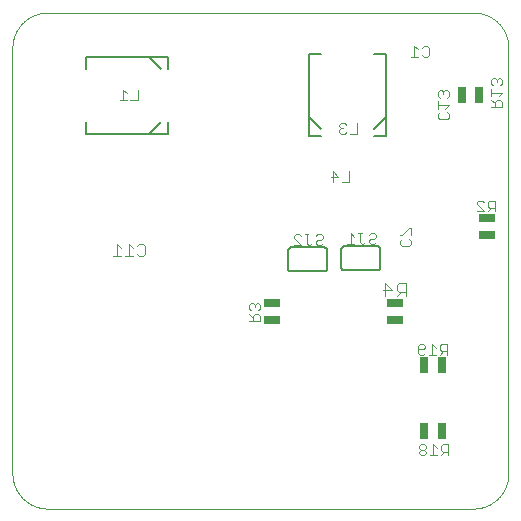
<source format=gbo>
G75*
%MOIN*%
%OFA0B0*%
%FSLAX25Y25*%
%IPPOS*%
%LPD*%
%AMOC8*
5,1,8,0,0,1.08239X$1,22.5*
%
%ADD10C,0.00000*%
%ADD11C,0.00300*%
%ADD12C,0.00600*%
%ADD13C,0.00400*%
%ADD14R,0.02559X0.05512*%
%ADD15R,0.05512X0.02559*%
D10*
X0001000Y0012811D02*
X0001000Y0154543D01*
X0001003Y0154828D01*
X0001014Y0155114D01*
X0001031Y0155399D01*
X0001055Y0155683D01*
X0001086Y0155967D01*
X0001124Y0156250D01*
X0001169Y0156531D01*
X0001220Y0156812D01*
X0001278Y0157092D01*
X0001343Y0157370D01*
X0001415Y0157646D01*
X0001493Y0157920D01*
X0001578Y0158193D01*
X0001670Y0158463D01*
X0001768Y0158731D01*
X0001872Y0158997D01*
X0001983Y0159260D01*
X0002100Y0159520D01*
X0002223Y0159778D01*
X0002353Y0160032D01*
X0002489Y0160283D01*
X0002630Y0160531D01*
X0002778Y0160775D01*
X0002931Y0161016D01*
X0003091Y0161252D01*
X0003256Y0161485D01*
X0003426Y0161714D01*
X0003602Y0161939D01*
X0003784Y0162159D01*
X0003970Y0162375D01*
X0004162Y0162586D01*
X0004359Y0162793D01*
X0004561Y0162995D01*
X0004768Y0163192D01*
X0004979Y0163384D01*
X0005195Y0163570D01*
X0005415Y0163752D01*
X0005640Y0163928D01*
X0005869Y0164098D01*
X0006102Y0164263D01*
X0006338Y0164423D01*
X0006579Y0164576D01*
X0006823Y0164724D01*
X0007071Y0164865D01*
X0007322Y0165001D01*
X0007576Y0165131D01*
X0007834Y0165254D01*
X0008094Y0165371D01*
X0008357Y0165482D01*
X0008623Y0165586D01*
X0008891Y0165684D01*
X0009161Y0165776D01*
X0009434Y0165861D01*
X0009708Y0165939D01*
X0009984Y0166011D01*
X0010262Y0166076D01*
X0010542Y0166134D01*
X0010823Y0166185D01*
X0011104Y0166230D01*
X0011387Y0166268D01*
X0011671Y0166299D01*
X0011955Y0166323D01*
X0012240Y0166340D01*
X0012526Y0166351D01*
X0012811Y0166354D01*
X0154543Y0166354D01*
X0154828Y0166351D01*
X0155114Y0166340D01*
X0155399Y0166323D01*
X0155683Y0166299D01*
X0155967Y0166268D01*
X0156250Y0166230D01*
X0156531Y0166185D01*
X0156812Y0166134D01*
X0157092Y0166076D01*
X0157370Y0166011D01*
X0157646Y0165939D01*
X0157920Y0165861D01*
X0158193Y0165776D01*
X0158463Y0165684D01*
X0158731Y0165586D01*
X0158997Y0165482D01*
X0159260Y0165371D01*
X0159520Y0165254D01*
X0159778Y0165131D01*
X0160032Y0165001D01*
X0160283Y0164865D01*
X0160531Y0164724D01*
X0160775Y0164576D01*
X0161016Y0164423D01*
X0161252Y0164263D01*
X0161485Y0164098D01*
X0161714Y0163928D01*
X0161939Y0163752D01*
X0162159Y0163570D01*
X0162375Y0163384D01*
X0162586Y0163192D01*
X0162793Y0162995D01*
X0162995Y0162793D01*
X0163192Y0162586D01*
X0163384Y0162375D01*
X0163570Y0162159D01*
X0163752Y0161939D01*
X0163928Y0161714D01*
X0164098Y0161485D01*
X0164263Y0161252D01*
X0164423Y0161016D01*
X0164576Y0160775D01*
X0164724Y0160531D01*
X0164865Y0160283D01*
X0165001Y0160032D01*
X0165131Y0159778D01*
X0165254Y0159520D01*
X0165371Y0159260D01*
X0165482Y0158997D01*
X0165586Y0158731D01*
X0165684Y0158463D01*
X0165776Y0158193D01*
X0165861Y0157920D01*
X0165939Y0157646D01*
X0166011Y0157370D01*
X0166076Y0157092D01*
X0166134Y0156812D01*
X0166185Y0156531D01*
X0166230Y0156250D01*
X0166268Y0155967D01*
X0166299Y0155683D01*
X0166323Y0155399D01*
X0166340Y0155114D01*
X0166351Y0154828D01*
X0166354Y0154543D01*
X0166354Y0012811D01*
X0166351Y0012526D01*
X0166340Y0012240D01*
X0166323Y0011955D01*
X0166299Y0011671D01*
X0166268Y0011387D01*
X0166230Y0011104D01*
X0166185Y0010823D01*
X0166134Y0010542D01*
X0166076Y0010262D01*
X0166011Y0009984D01*
X0165939Y0009708D01*
X0165861Y0009434D01*
X0165776Y0009161D01*
X0165684Y0008891D01*
X0165586Y0008623D01*
X0165482Y0008357D01*
X0165371Y0008094D01*
X0165254Y0007834D01*
X0165131Y0007576D01*
X0165001Y0007322D01*
X0164865Y0007071D01*
X0164724Y0006823D01*
X0164576Y0006579D01*
X0164423Y0006338D01*
X0164263Y0006102D01*
X0164098Y0005869D01*
X0163928Y0005640D01*
X0163752Y0005415D01*
X0163570Y0005195D01*
X0163384Y0004979D01*
X0163192Y0004768D01*
X0162995Y0004561D01*
X0162793Y0004359D01*
X0162586Y0004162D01*
X0162375Y0003970D01*
X0162159Y0003784D01*
X0161939Y0003602D01*
X0161714Y0003426D01*
X0161485Y0003256D01*
X0161252Y0003091D01*
X0161016Y0002931D01*
X0160775Y0002778D01*
X0160531Y0002630D01*
X0160283Y0002489D01*
X0160032Y0002353D01*
X0159778Y0002223D01*
X0159520Y0002100D01*
X0159260Y0001983D01*
X0158997Y0001872D01*
X0158731Y0001768D01*
X0158463Y0001670D01*
X0158193Y0001578D01*
X0157920Y0001493D01*
X0157646Y0001415D01*
X0157370Y0001343D01*
X0157092Y0001278D01*
X0156812Y0001220D01*
X0156531Y0001169D01*
X0156250Y0001124D01*
X0155967Y0001086D01*
X0155683Y0001055D01*
X0155399Y0001031D01*
X0155114Y0001014D01*
X0154828Y0001003D01*
X0154543Y0001000D01*
X0012811Y0001000D01*
X0012526Y0001003D01*
X0012240Y0001014D01*
X0011955Y0001031D01*
X0011671Y0001055D01*
X0011387Y0001086D01*
X0011104Y0001124D01*
X0010823Y0001169D01*
X0010542Y0001220D01*
X0010262Y0001278D01*
X0009984Y0001343D01*
X0009708Y0001415D01*
X0009434Y0001493D01*
X0009161Y0001578D01*
X0008891Y0001670D01*
X0008623Y0001768D01*
X0008357Y0001872D01*
X0008094Y0001983D01*
X0007834Y0002100D01*
X0007576Y0002223D01*
X0007322Y0002353D01*
X0007071Y0002489D01*
X0006823Y0002630D01*
X0006579Y0002778D01*
X0006338Y0002931D01*
X0006102Y0003091D01*
X0005869Y0003256D01*
X0005640Y0003426D01*
X0005415Y0003602D01*
X0005195Y0003784D01*
X0004979Y0003970D01*
X0004768Y0004162D01*
X0004561Y0004359D01*
X0004359Y0004561D01*
X0004162Y0004768D01*
X0003970Y0004979D01*
X0003784Y0005195D01*
X0003602Y0005415D01*
X0003426Y0005640D01*
X0003256Y0005869D01*
X0003091Y0006102D01*
X0002931Y0006338D01*
X0002778Y0006579D01*
X0002630Y0006823D01*
X0002489Y0007071D01*
X0002353Y0007322D01*
X0002223Y0007576D01*
X0002100Y0007834D01*
X0001983Y0008094D01*
X0001872Y0008357D01*
X0001768Y0008623D01*
X0001670Y0008891D01*
X0001578Y0009161D01*
X0001493Y0009434D01*
X0001415Y0009708D01*
X0001343Y0009984D01*
X0001278Y0010262D01*
X0001220Y0010542D01*
X0001169Y0010823D01*
X0001124Y0011104D01*
X0001086Y0011387D01*
X0001055Y0011671D01*
X0001031Y0011955D01*
X0001014Y0012240D01*
X0001003Y0012526D01*
X0001000Y0012811D01*
D11*
X0034399Y0085142D02*
X0037088Y0085142D01*
X0038387Y0085142D02*
X0041076Y0085142D01*
X0039731Y0085142D02*
X0039731Y0089176D01*
X0041076Y0087832D01*
X0042374Y0088504D02*
X0043047Y0089176D01*
X0044391Y0089176D01*
X0045064Y0088504D01*
X0045064Y0085814D01*
X0044391Y0085142D01*
X0043047Y0085142D01*
X0042374Y0085814D01*
X0037088Y0087832D02*
X0035744Y0089176D01*
X0035744Y0085142D01*
X0079953Y0068868D02*
X0079953Y0067654D01*
X0080560Y0067048D01*
X0079953Y0065849D02*
X0081167Y0064636D01*
X0081167Y0065243D02*
X0081167Y0063423D01*
X0079953Y0063423D02*
X0083593Y0063423D01*
X0083593Y0065243D01*
X0082987Y0065849D01*
X0081773Y0065849D01*
X0081167Y0065243D01*
X0082987Y0067048D02*
X0083593Y0067654D01*
X0083593Y0068868D01*
X0082987Y0069474D01*
X0082380Y0069474D01*
X0081773Y0068868D01*
X0081167Y0069474D01*
X0080560Y0069474D01*
X0079953Y0068868D01*
X0081773Y0068868D02*
X0081773Y0068261D01*
X0130221Y0089033D02*
X0130221Y0090246D01*
X0130828Y0090853D01*
X0130828Y0092052D02*
X0130221Y0092052D01*
X0130828Y0092052D02*
X0133254Y0094478D01*
X0133861Y0094478D01*
X0133861Y0092052D01*
X0133254Y0090853D02*
X0133861Y0090246D01*
X0133861Y0089033D01*
X0133254Y0088426D01*
X0130828Y0088426D01*
X0130221Y0089033D01*
X0155754Y0100032D02*
X0158181Y0100032D01*
X0155754Y0102459D01*
X0155754Y0103065D01*
X0156361Y0103672D01*
X0157574Y0103672D01*
X0158181Y0103065D01*
X0159379Y0103065D02*
X0159379Y0101852D01*
X0159986Y0101245D01*
X0161806Y0101245D01*
X0161806Y0100032D02*
X0161806Y0103672D01*
X0159986Y0103672D01*
X0159379Y0103065D01*
X0160592Y0101245D02*
X0159379Y0100032D01*
X0145853Y0130708D02*
X0143426Y0130708D01*
X0142819Y0131315D01*
X0142819Y0132528D01*
X0143426Y0133135D01*
X0142819Y0134333D02*
X0142819Y0136760D01*
X0142819Y0135547D02*
X0146459Y0135547D01*
X0145246Y0134333D01*
X0145853Y0133135D02*
X0146459Y0132528D01*
X0146459Y0131315D01*
X0145853Y0130708D01*
X0145853Y0137959D02*
X0146459Y0138565D01*
X0146459Y0139779D01*
X0145853Y0140385D01*
X0145246Y0140385D01*
X0144639Y0139779D01*
X0144033Y0140385D01*
X0143426Y0140385D01*
X0142819Y0139779D01*
X0142819Y0138565D01*
X0143426Y0137959D01*
X0144639Y0139172D02*
X0144639Y0139779D01*
X0139258Y0151607D02*
X0138045Y0151607D01*
X0137438Y0152213D01*
X0136240Y0151607D02*
X0133813Y0151607D01*
X0135026Y0151607D02*
X0135026Y0155247D01*
X0136240Y0154033D01*
X0137438Y0154640D02*
X0138045Y0155247D01*
X0139258Y0155247D01*
X0139865Y0154640D01*
X0139865Y0152213D01*
X0139258Y0151607D01*
X0160662Y0143909D02*
X0160662Y0142695D01*
X0161268Y0142089D01*
X0160662Y0140890D02*
X0160662Y0138463D01*
X0160662Y0137265D02*
X0161875Y0136052D01*
X0161875Y0136658D02*
X0161875Y0134838D01*
X0160662Y0134838D02*
X0164302Y0134838D01*
X0164302Y0136658D01*
X0163695Y0137265D01*
X0162482Y0137265D01*
X0161875Y0136658D01*
X0163089Y0138463D02*
X0164302Y0139677D01*
X0160662Y0139677D01*
X0163695Y0142089D02*
X0164302Y0142695D01*
X0164302Y0143909D01*
X0163695Y0144515D01*
X0163089Y0144515D01*
X0162482Y0143909D01*
X0161875Y0144515D01*
X0161268Y0144515D01*
X0160662Y0143909D01*
X0162482Y0143909D02*
X0162482Y0143302D01*
X0145807Y0055908D02*
X0143987Y0055908D01*
X0143381Y0055302D01*
X0143381Y0054088D01*
X0143987Y0053481D01*
X0145807Y0053481D01*
X0145807Y0052268D02*
X0145807Y0055908D01*
X0144594Y0053481D02*
X0143381Y0052268D01*
X0142182Y0052268D02*
X0139756Y0052268D01*
X0140969Y0052268D02*
X0140969Y0055908D01*
X0142182Y0054695D01*
X0138557Y0054695D02*
X0137950Y0054088D01*
X0136130Y0054088D01*
X0136130Y0052875D02*
X0136130Y0055302D01*
X0136737Y0055908D01*
X0137950Y0055908D01*
X0138557Y0055302D01*
X0138557Y0054695D01*
X0138557Y0052875D02*
X0137950Y0052268D01*
X0136737Y0052268D01*
X0136130Y0052875D01*
X0137131Y0022444D02*
X0136524Y0021837D01*
X0136524Y0021230D01*
X0137131Y0020624D01*
X0138344Y0020624D01*
X0138951Y0021230D01*
X0138951Y0021837D01*
X0138344Y0022444D01*
X0137131Y0022444D01*
X0137131Y0020624D02*
X0136524Y0020017D01*
X0136524Y0019410D01*
X0137131Y0018804D01*
X0138344Y0018804D01*
X0138951Y0019410D01*
X0138951Y0020017D01*
X0138344Y0020624D01*
X0140149Y0018804D02*
X0142576Y0018804D01*
X0143774Y0018804D02*
X0144988Y0020017D01*
X0144381Y0020017D02*
X0146201Y0020017D01*
X0146201Y0018804D02*
X0146201Y0022444D01*
X0144381Y0022444D01*
X0143774Y0021837D01*
X0143774Y0020624D01*
X0144381Y0020017D01*
X0142576Y0021230D02*
X0141363Y0022444D01*
X0141363Y0018804D01*
D12*
X0104925Y0080071D02*
X0093925Y0080071D01*
X0093865Y0080073D01*
X0093804Y0080078D01*
X0093745Y0080087D01*
X0093686Y0080100D01*
X0093627Y0080116D01*
X0093570Y0080136D01*
X0093515Y0080159D01*
X0093460Y0080186D01*
X0093408Y0080215D01*
X0093357Y0080248D01*
X0093308Y0080284D01*
X0093262Y0080322D01*
X0093218Y0080364D01*
X0093176Y0080408D01*
X0093138Y0080454D01*
X0093102Y0080503D01*
X0093069Y0080554D01*
X0093040Y0080606D01*
X0093013Y0080661D01*
X0092990Y0080716D01*
X0092970Y0080773D01*
X0092954Y0080832D01*
X0092941Y0080891D01*
X0092932Y0080950D01*
X0092927Y0081011D01*
X0092925Y0081071D01*
X0092925Y0087071D01*
X0092927Y0087131D01*
X0092932Y0087192D01*
X0092941Y0087251D01*
X0092954Y0087310D01*
X0092970Y0087369D01*
X0092990Y0087426D01*
X0093013Y0087481D01*
X0093040Y0087536D01*
X0093069Y0087588D01*
X0093102Y0087639D01*
X0093138Y0087688D01*
X0093176Y0087734D01*
X0093218Y0087778D01*
X0093262Y0087820D01*
X0093308Y0087858D01*
X0093357Y0087894D01*
X0093408Y0087927D01*
X0093460Y0087956D01*
X0093515Y0087983D01*
X0093570Y0088006D01*
X0093627Y0088026D01*
X0093686Y0088042D01*
X0093745Y0088055D01*
X0093804Y0088064D01*
X0093865Y0088069D01*
X0093925Y0088071D01*
X0104925Y0088071D01*
X0104985Y0088069D01*
X0105046Y0088064D01*
X0105105Y0088055D01*
X0105164Y0088042D01*
X0105223Y0088026D01*
X0105280Y0088006D01*
X0105335Y0087983D01*
X0105390Y0087956D01*
X0105442Y0087927D01*
X0105493Y0087894D01*
X0105542Y0087858D01*
X0105588Y0087820D01*
X0105632Y0087778D01*
X0105674Y0087734D01*
X0105712Y0087688D01*
X0105748Y0087639D01*
X0105781Y0087588D01*
X0105810Y0087536D01*
X0105837Y0087481D01*
X0105860Y0087426D01*
X0105880Y0087369D01*
X0105896Y0087310D01*
X0105909Y0087251D01*
X0105918Y0087192D01*
X0105923Y0087131D01*
X0105925Y0087071D01*
X0105925Y0081071D01*
X0105923Y0081011D01*
X0105918Y0080950D01*
X0105909Y0080891D01*
X0105896Y0080832D01*
X0105880Y0080773D01*
X0105860Y0080716D01*
X0105837Y0080661D01*
X0105810Y0080606D01*
X0105781Y0080554D01*
X0105748Y0080503D01*
X0105712Y0080454D01*
X0105674Y0080408D01*
X0105632Y0080364D01*
X0105588Y0080322D01*
X0105542Y0080284D01*
X0105493Y0080248D01*
X0105442Y0080215D01*
X0105390Y0080186D01*
X0105335Y0080159D01*
X0105280Y0080136D01*
X0105223Y0080116D01*
X0105164Y0080100D01*
X0105105Y0080087D01*
X0105046Y0080078D01*
X0104985Y0080073D01*
X0104925Y0080071D01*
X0110642Y0081465D02*
X0110642Y0087465D01*
X0110644Y0087525D01*
X0110649Y0087586D01*
X0110658Y0087645D01*
X0110671Y0087704D01*
X0110687Y0087763D01*
X0110707Y0087820D01*
X0110730Y0087875D01*
X0110757Y0087930D01*
X0110786Y0087982D01*
X0110819Y0088033D01*
X0110855Y0088082D01*
X0110893Y0088128D01*
X0110935Y0088172D01*
X0110979Y0088214D01*
X0111025Y0088252D01*
X0111074Y0088288D01*
X0111125Y0088321D01*
X0111177Y0088350D01*
X0111232Y0088377D01*
X0111287Y0088400D01*
X0111344Y0088420D01*
X0111403Y0088436D01*
X0111462Y0088449D01*
X0111521Y0088458D01*
X0111582Y0088463D01*
X0111642Y0088465D01*
X0122642Y0088465D01*
X0122702Y0088463D01*
X0122763Y0088458D01*
X0122822Y0088449D01*
X0122881Y0088436D01*
X0122940Y0088420D01*
X0122997Y0088400D01*
X0123052Y0088377D01*
X0123107Y0088350D01*
X0123159Y0088321D01*
X0123210Y0088288D01*
X0123259Y0088252D01*
X0123305Y0088214D01*
X0123349Y0088172D01*
X0123391Y0088128D01*
X0123429Y0088082D01*
X0123465Y0088033D01*
X0123498Y0087982D01*
X0123527Y0087930D01*
X0123554Y0087875D01*
X0123577Y0087820D01*
X0123597Y0087763D01*
X0123613Y0087704D01*
X0123626Y0087645D01*
X0123635Y0087586D01*
X0123640Y0087525D01*
X0123642Y0087465D01*
X0123642Y0081465D01*
X0123640Y0081405D01*
X0123635Y0081344D01*
X0123626Y0081285D01*
X0123613Y0081226D01*
X0123597Y0081167D01*
X0123577Y0081110D01*
X0123554Y0081055D01*
X0123527Y0081000D01*
X0123498Y0080948D01*
X0123465Y0080897D01*
X0123429Y0080848D01*
X0123391Y0080802D01*
X0123349Y0080758D01*
X0123305Y0080716D01*
X0123259Y0080678D01*
X0123210Y0080642D01*
X0123159Y0080609D01*
X0123107Y0080580D01*
X0123052Y0080553D01*
X0122997Y0080530D01*
X0122940Y0080510D01*
X0122881Y0080494D01*
X0122822Y0080481D01*
X0122763Y0080472D01*
X0122702Y0080467D01*
X0122642Y0080465D01*
X0111642Y0080465D01*
X0111582Y0080467D01*
X0111521Y0080472D01*
X0111462Y0080481D01*
X0111403Y0080494D01*
X0111344Y0080510D01*
X0111287Y0080530D01*
X0111232Y0080553D01*
X0111177Y0080580D01*
X0111125Y0080609D01*
X0111074Y0080642D01*
X0111025Y0080678D01*
X0110979Y0080716D01*
X0110935Y0080758D01*
X0110893Y0080802D01*
X0110855Y0080848D01*
X0110819Y0080897D01*
X0110786Y0080948D01*
X0110757Y0081000D01*
X0110730Y0081055D01*
X0110707Y0081110D01*
X0110687Y0081167D01*
X0110671Y0081226D01*
X0110658Y0081285D01*
X0110649Y0081344D01*
X0110644Y0081405D01*
X0110642Y0081465D01*
X0104011Y0125195D02*
X0100011Y0125195D01*
X0100011Y0152395D01*
X0104011Y0152395D01*
X0121611Y0152395D02*
X0125611Y0152395D01*
X0125611Y0125195D01*
X0121611Y0125195D01*
X0121611Y0127595D02*
X0125611Y0131595D01*
X0104011Y0127595D02*
X0100011Y0131595D01*
X0052789Y0129995D02*
X0052789Y0125995D01*
X0025589Y0125995D01*
X0025589Y0129995D01*
X0025589Y0147595D02*
X0025589Y0151595D01*
X0052789Y0151595D01*
X0052789Y0147595D01*
X0050389Y0147595D02*
X0046389Y0151595D01*
X0050389Y0129995D02*
X0046389Y0125995D01*
D13*
X0042723Y0137054D02*
X0040363Y0137054D01*
X0039098Y0137054D02*
X0036738Y0137054D01*
X0037918Y0137054D02*
X0037918Y0140594D01*
X0039098Y0139414D01*
X0042723Y0140594D02*
X0042723Y0137054D01*
X0094852Y0091776D02*
X0095442Y0092366D01*
X0096622Y0092366D01*
X0097212Y0091776D01*
X0098477Y0092366D02*
X0099657Y0092366D01*
X0099067Y0092366D02*
X0099067Y0089416D01*
X0099657Y0088826D01*
X0100247Y0088826D01*
X0100837Y0089416D01*
X0102102Y0089416D02*
X0102692Y0088826D01*
X0103872Y0088826D01*
X0104462Y0089416D01*
X0103872Y0090596D02*
X0102692Y0090596D01*
X0102102Y0090006D01*
X0102102Y0089416D01*
X0103872Y0090596D02*
X0104462Y0091186D01*
X0104462Y0091776D01*
X0103872Y0092366D01*
X0102692Y0092366D01*
X0102102Y0091776D01*
X0097212Y0088826D02*
X0094852Y0091186D01*
X0094852Y0091776D01*
X0094852Y0088826D02*
X0097212Y0088826D01*
X0112568Y0089220D02*
X0114928Y0089220D01*
X0113748Y0089220D02*
X0113748Y0092760D01*
X0114928Y0091580D01*
X0116194Y0092760D02*
X0117374Y0092760D01*
X0116784Y0092760D02*
X0116784Y0089810D01*
X0117374Y0089220D01*
X0117964Y0089220D01*
X0118554Y0089810D01*
X0119819Y0089810D02*
X0119819Y0090400D01*
X0120409Y0090990D01*
X0121589Y0090990D01*
X0122179Y0091580D01*
X0122179Y0092170D01*
X0121589Y0092760D01*
X0120409Y0092760D01*
X0119819Y0092170D01*
X0119819Y0089810D02*
X0120409Y0089220D01*
X0121589Y0089220D01*
X0122179Y0089810D01*
X0125299Y0076331D02*
X0127601Y0074030D01*
X0124532Y0074030D01*
X0125299Y0076331D02*
X0125299Y0071728D01*
X0129135Y0071728D02*
X0130670Y0073262D01*
X0129903Y0073262D02*
X0132205Y0073262D01*
X0132205Y0071728D02*
X0132205Y0076331D01*
X0129903Y0076331D01*
X0129135Y0075564D01*
X0129135Y0074030D01*
X0129903Y0073262D01*
X0113289Y0109899D02*
X0110929Y0109899D01*
X0109664Y0111669D02*
X0107304Y0111669D01*
X0107894Y0109899D02*
X0107894Y0113439D01*
X0109664Y0111669D01*
X0113289Y0113439D02*
X0113289Y0109899D01*
X0113591Y0126030D02*
X0115951Y0126030D01*
X0115951Y0129570D01*
X0112326Y0128980D02*
X0111736Y0129570D01*
X0110556Y0129570D01*
X0109966Y0128980D01*
X0109966Y0128390D01*
X0110556Y0127800D01*
X0109966Y0127210D01*
X0109966Y0126620D01*
X0110556Y0126030D01*
X0111736Y0126030D01*
X0112326Y0126620D01*
X0111146Y0127800D02*
X0110556Y0127800D01*
D14*
X0150835Y0138789D03*
X0156635Y0138789D03*
X0144037Y0049026D03*
X0138237Y0049026D03*
X0138237Y0026978D03*
X0144037Y0026978D03*
D15*
X0128553Y0063869D03*
X0128553Y0069669D03*
X0159274Y0092174D03*
X0159274Y0097974D03*
X0087620Y0069628D03*
X0087620Y0063828D03*
M02*

</source>
